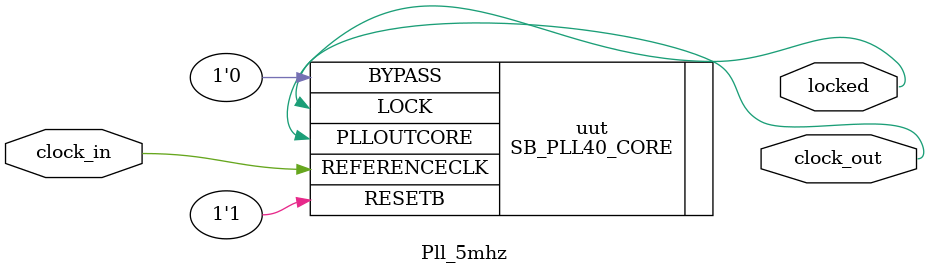
<source format=v>
/**
 * PLL configuration
 *
 * This Verilog module was generated automatically
 * using the icepll tool from the IceStorm project.
 * Use at your own risk.
 *
 * Given input frequency:        16.000 MHz
 * Requested output frequency:   5.000 MHz
 * Achieved output frequency:    5.000 MHz
 */

module Pll_5mhz(
	input  clock_in,
	output clock_out,
	output locked
	);

SB_PLL40_CORE #(
		.FEEDBACK_PATH("SIMPLE"),
		.DIVR(4'b0000),		// DIVR =  0
		.DIVF(7'b0000100),	// DIVF = 4
		.DIVQ(3'b100),		// DIVQ =  4
		.FILTER_RANGE(3'b001)	// FILTER_RANGE = 1
	) uut (
		.LOCK(locked),
		.RESETB(1'b1),
		.BYPASS(1'b0),
		.REFERENCECLK(clock_in),
		.PLLOUTCORE(clock_out)
		);

endmodule

</source>
